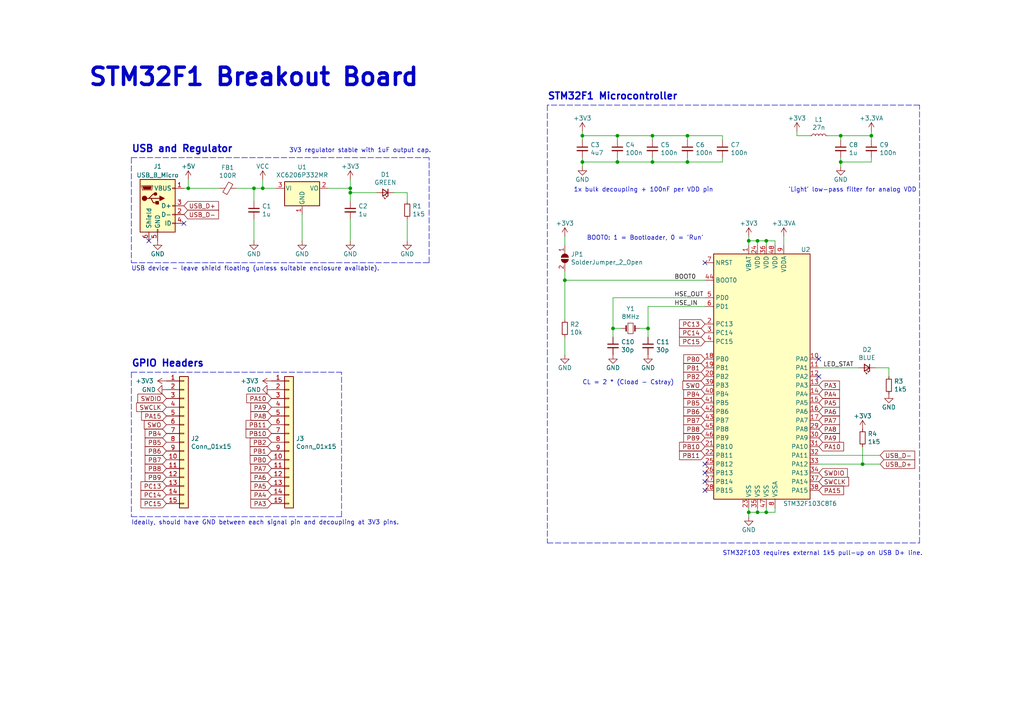
<source format=kicad_sch>
(kicad_sch (version 20211123) (generator eeschema)
  (paper "A4")
  (title_block (title "STM32F1 Breakout Board") (date "2020-11-21") (rev "V1.0") (company "Phil's Lab") (comment 1 "www.youtube.com/c/phils94"))
  (lib_symbols
    (symbol "Connector_Generic:Conn_01x15" (pin_names (offset 1.016) hide)
      (property "Reference" "J" (at 0 20.32 0))
      (property "Value" "Conn_01x15" (at 0 -20.32 0))
      (symbol "Conn_01x15_1_1"
        (rectangle (start -1.27 -17.653) (end 0 -17.907) (stroke (width 0.1524)))
        (rectangle (start -1.27 -15.113) (end 0 -15.367) (stroke (width 0.1524)))
        (rectangle (start -1.27 -12.573) (end 0 -12.827) (stroke (width 0.1524)))
        (rectangle (start -1.27 -10.033) (end 0 -10.287) (stroke (width 0.1524)))
        (rectangle (start -1.27 -7.493) (end 0 -7.747) (stroke (width 0.1524)))
        (rectangle (start -1.27 -4.953) (end 0 -5.207) (stroke (width 0.1524)))
        (rectangle (start -1.27 -2.413) (end 0 -2.667) (stroke (width 0.1524)))
        (rectangle (start -1.27 0.127) (end 0 -0.127) (stroke (width 0.1524)))
        (rectangle (start -1.27 2.667) (end 0 2.413) (stroke (width 0.1524)))
        (rectangle (start -1.27 5.207) (end 0 4.953) (stroke (width 0.1524)))
        (rectangle (start -1.27 7.747) (end 0 7.493) (stroke (width 0.1524)))
        (rectangle (start -1.27 10.287) (end 0 10.033) (stroke (width 0.1524)))
        (rectangle (start -1.27 12.827) (end 0 12.573) (stroke (width 0.1524)))
        (rectangle (start -1.27 15.367) (end 0 15.113) (stroke (width 0.1524)))
        (rectangle (start -1.27 17.907) (end 0 17.653) (stroke (width 0.1524)))
        (rectangle (start -1.27 19.05) (end 1.27 -19.05) (stroke (width 0.254)) (fill (type background)))
        (pin passive line (at -5.08 17.78 0) (length 3.81) (name "Pin_1") (number "1"))
        (pin passive line (at -5.08 -5.08 0) (length 3.81) (name "Pin_10") (number "10"))
        (pin passive line (at -5.08 -7.62 0) (length 3.81) (name "Pin_11") (number "11"))
        (pin passive line (at -5.08 -10.16 0) (length 3.81) (name "Pin_12") (number "12"))
        (pin passive line (at -5.08 -12.7 0) (length 3.81) (name "Pin_13") (number "13"))
        (pin passive line (at -5.08 -15.24 0) (length 3.81) (name "Pin_14") (number "14"))
        (pin passive line (at -5.08 -17.78 0) (length 3.81) (name "Pin_15") (number "15"))
        (pin passive line (at -5.08 15.24 0) (length 3.81) (name "Pin_2") (number "2"))
        (pin passive line (at -5.08 12.7 0) (length 3.81) (name "Pin_3") (number "3"))
        (pin passive line (at -5.08 10.16 0) (length 3.81) (name "Pin_4") (number "4"))
        (pin passive line (at -5.08 7.62 0) (length 3.81) (name "Pin_5") (number "5"))
        (pin passive line (at -5.08 5.08 0) (length 3.81) (name "Pin_6") (number "6"))
        (pin passive line (at -5.08 2.54 0) (length 3.81) (name "Pin_7") (number "7"))
        (pin passive line (at -5.08 0 0) (length 3.81) (name "Pin_8") (number "8"))
        (pin passive line (at -5.08 -2.54 0) (length 3.81) (name "Pin_9") (number "9"))
      )
    )
    (symbol "Device:C_Small" (pin_numbers hide) (pin_names (offset 0.254) hide)
      (property "Reference" "C" (at 0.254 1.778 0))
      (property "Value" "C_Small" (at 0.254 -2.032 0))
      (symbol "C_Small_0_1"
        (polyline (pts (xy -1.524 -0.508) (xy 1.524 -0.508)) (stroke (width 0.3302)))
        (polyline (pts (xy -1.524 0.508) (xy 1.524 0.508)) (stroke (width 0.3048)))
      )
      (symbol "C_Small_1_1"
        (pin passive line (at 0 2.54 270) (length 2.032) (name "~") (number "1"))
        (pin passive line (at 0 -2.54 90) (length 2.032) (name "~") (number "2"))
      )
    )
    (symbol "Device:Crystal_Small" (pin_numbers hide) (pin_names (offset 1.016) hide)
      (property "Reference" "Y" (at 0 2.54 0))
      (property "Value" "Crystal_Small" (at 0 -2.54 0))
      (symbol "Crystal_Small_0_1"
        (rectangle (start -0.762 -1.524) (end 0.762 1.524))
        (polyline (pts (xy -1.27 -0.762) (xy -1.27 0.762)) (stroke (width 0.381)))
        (polyline (pts (xy 1.27 -0.762) (xy 1.27 0.762)) (stroke (width 0.381)))
      )
      (symbol "Crystal_Small_1_1"
        (pin passive line (at -2.54 0 0) (length 1.27) (name "1") (number "1"))
        (pin passive line (at 2.54 0 180) (length 1.27) (name "2") (number "2"))
      )
    )
    (symbol "Device:LED_Small" (pin_numbers hide) (pin_names (offset 0.254) hide)
      (property "Reference" "D" (at -1.27 3.175 0))
      (property "Value" "LED_Small" (at -4.445 -2.54 0))
      (symbol "LED_Small_0_1"
        (polyline (pts (xy -0.762 -1.016) (xy -0.762 1.016)) (stroke (width 0.254)))
        (polyline (pts (xy 1.016 0) (xy -0.762 0)))
        (polyline (pts (xy 0.762 -1.016) (xy -0.762 0) (xy 0.762 1.016) (xy 0.762 -1.016)) (stroke (width 0.254)))
        (polyline (pts (xy 0 0.762) (xy -0.508 1.27) (xy -0.254 1.27) (xy -0.508 1.27) (xy -0.508 1.016)))
        (polyline (pts (xy 0.508 1.27) (xy 0 1.778) (xy 0.254 1.778) (xy 0 1.778) (xy 0 1.524)))
      )
      (symbol "LED_Small_1_1"
        (pin passive line (at -2.54 0 0) (length 1.778) (name "K") (number "1"))
        (pin passive line (at 2.54 0 180) (length 1.778) (name "A") (number "2"))
      )
    )
    (symbol "Device:L_Small" (pin_numbers hide) (pin_names (offset 0.254) hide)
      (property "Reference" "L" (at 0.762 1.016 0))
      (property "Value" "L_Small" (at 0.762 -1.016 0))
      (symbol "L_Small_0_1"
        (arc (start 0 -2.032) (mid 0.508 -1.524) (end 0 -1.016))
        (arc (start 0 -1.016) (mid 0.508 -0.508) (end 0 0))
        (arc (start 0 0) (mid 0.508 0.508) (end 0 1.016))
        (arc (start 0 1.016) (mid 0.508 1.524) (end 0 2.032))
      )
      (symbol "L_Small_1_1"
        (pin passive line (at 0 2.54 270) (length 0.508) (name "~") (number "1"))
        (pin passive line (at 0 -2.54 90) (length 0.508) (name "~") (number "2"))
      )
    )
    (symbol "Device:R_Small" (pin_numbers hide) (pin_names (offset 0.254) hide)
      (property "Reference" "R" (at 0.762 0.508 0))
      (property "Value" "R_Small" (at 0.762 -1.016 0))
      (symbol "R_Small_0_1"
        (rectangle (start -0.762 1.778) (end 0.762 -1.778) (stroke (width 0.2032)))
      )
      (symbol "R_Small_1_1"
        (pin passive line (at 0 2.54 270) (length 0.762) (name "~") (number "1"))
        (pin passive line (at 0 -2.54 90) (length 0.762) (name "~") (number "2"))
      )
    )
    (symbol "Jumper:SolderJumper_2_Open" (pin_names (offset 0) hide)
      (property "Reference" "JP" (at 0 2.032 0))
      (property "Value" "SolderJumper_2_Open" (at 0 -2.54 0))
      (symbol "SolderJumper_2_Open_0_1"
        (arc (start -0.254 1.016) (mid -1.27 0) (end -0.254 -1.016))
        (arc (start -0.254 1.016) (mid -1.27 0) (end -0.254 -1.016) (fill (type outline)))
        (polyline (pts (xy -0.254 1.016) (xy -0.254 -1.016)))
        (polyline (pts (xy 0.254 1.016) (xy 0.254 -1.016)))
        (arc (start 0.254 -1.016) (mid 1.27 0) (end 0.254 1.016))
        (arc (start 0.254 -1.016) (mid 1.27 0) (end 0.254 1.016) (fill (type outline)))
      )
      (symbol "SolderJumper_2_Open_1_1"
        (pin passive line (at -3.81 0 0) (length 2.54) (name "A") (number "1"))
        (pin passive line (at 3.81 0 180) (length 2.54) (name "B") (number "2"))
      )
    )
    (symbol "MCU_ST_STM32F1:STM32F103C8Tx"
      (property "Reference" "U" (at -15.24 36.83 0))
      (property "Value" "STM32F103C8Tx" (at 7.62 36.83 0))
      (symbol "STM32F103C8Tx_0_1"
        (rectangle (start -15.24 -35.56) (end 12.7 35.56) (stroke (width 0.254)) (fill (type background)))
      )
      (symbol "STM32F103C8Tx_1_1"
        (pin power_in line (at -5.08 38.1 270) (length 2.54) (name "VBAT") (number "1"))
        (pin bidirectional line (at 15.24 5.08 180) (length 2.54) (name "PA0") (number "10"))
        (pin bidirectional line (at 15.24 2.54 180) (length 2.54) (name "PA1") (number "11"))
        (pin bidirectional line (at 15.24 0 180) (length 2.54) (name "PA2") (number "12"))
        (pin bidirectional line (at 15.24 -2.54 180) (length 2.54) (name "PA3") (number "13"))
        (pin bidirectional line (at 15.24 -5.08 180) (length 2.54) (name "PA4") (number "14"))
        (pin bidirectional line (at 15.24 -7.62 180) (length 2.54) (name "PA5") (number "15"))
        (pin bidirectional line (at 15.24 -10.16 180) (length 2.54) (name "PA6") (number "16"))
        (pin bidirectional line (at 15.24 -12.7 180) (length 2.54) (name "PA7") (number "17"))
        (pin bidirectional line (at -17.78 5.08 0) (length 2.54) (name "PB0") (number "18"))
        (pin bidirectional line (at -17.78 2.54 0) (length 2.54) (name "PB1") (number "19"))
        (pin bidirectional line (at -17.78 15.24 0) (length 2.54) (name "PC13") (number "2"))
        (pin bidirectional line (at -17.78 0 0) (length 2.54) (name "PB2") (number "20"))
        (pin bidirectional line (at -17.78 -20.32 0) (length 2.54) (name "PB10") (number "21"))
        (pin bidirectional line (at -17.78 -22.86 0) (length 2.54) (name "PB11") (number "22"))
        (pin power_in line (at -5.08 -38.1 90) (length 2.54) (name "VSS") (number "23"))
        (pin power_in line (at -2.54 38.1 270) (length 2.54) (name "VDD") (number "24"))
        (pin bidirectional line (at -17.78 -25.4 0) (length 2.54) (name "PB12") (number "25"))
        (pin bidirectional line (at -17.78 -27.94 0) (length 2.54) (name "PB13") (number "26"))
        (pin bidirectional line (at -17.78 -30.48 0) (length 2.54) (name "PB14") (number "27"))
        (pin bidirectional line (at -17.78 -33.02 0) (length 2.54) (name "PB15") (number "28"))
        (pin bidirectional line (at 15.24 -15.24 180) (length 2.54) (name "PA8") (number "29"))
        (pin bidirectional line (at -17.78 12.7 0) (length 2.54) (name "PC14") (number "3"))
        (pin bidirectional line (at 15.24 -17.78 180) (length 2.54) (name "PA9") (number "30"))
        (pin bidirectional line (at 15.24 -20.32 180) (length 2.54) (name "PA10") (number "31"))
        (pin bidirectional line (at 15.24 -22.86 180) (length 2.54) (name "PA11") (number "32"))
        (pin bidirectional line (at 15.24 -25.4 180) (length 2.54) (name "PA12") (number "33"))
        (pin bidirectional line (at 15.24 -27.94 180) (length 2.54) (name "PA13") (number "34"))
        (pin power_in line (at -2.54 -38.1 90) (length 2.54) (name "VSS") (number "35"))
        (pin power_in line (at 0 38.1 270) (length 2.54) (name "VDD") (number "36"))
        (pin bidirectional line (at 15.24 -30.48 180) (length 2.54) (name "PA14") (number "37"))
        (pin bidirectional line (at 15.24 -33.02 180) (length 2.54) (name "PA15") (number "38"))
        (pin bidirectional line (at -17.78 -2.54 0) (length 2.54) (name "PB3") (number "39"))
        (pin bidirectional line (at -17.78 10.16 0) (length 2.54) (name "PC15") (number "4"))
        (pin bidirectional line (at -17.78 -5.08 0) (length 2.54) (name "PB4") (number "40"))
        (pin bidirectional line (at -17.78 -7.62 0) (length 2.54) (name "PB5") (number "41"))
        (pin bidirectional line (at -17.78 -10.16 0) (length 2.54) (name "PB6") (number "42"))
        (pin bidirectional line (at -17.78 -12.7 0) (length 2.54) (name "PB7") (number "43"))
        (pin input line (at -17.78 27.94 0) (length 2.54) (name "BOOT0") (number "44"))
        (pin bidirectional line (at -17.78 -15.24 0) (length 2.54) (name "PB8") (number "45"))
        (pin bidirectional line (at -17.78 -17.78 0) (length 2.54) (name "PB9") (number "46"))
        (pin power_in line (at 0 -38.1 90) (length 2.54) (name "VSS") (number "47"))
        (pin power_in line (at 2.54 38.1 270) (length 2.54) (name "VDD") (number "48"))
        (pin input line (at -17.78 22.86 0) (length 2.54) (name "PD0") (number "5"))
        (pin input line (at -17.78 20.32 0) (length 2.54) (name "PD1") (number "6"))
        (pin input line (at -17.78 33.02 0) (length 2.54) (name "NRST") (number "7"))
        (pin power_in line (at 2.54 -38.1 90) (length 2.54) (name "VSSA") (number "8"))
        (pin power_in line (at 5.08 38.1 270) (length 2.54) (name "VDDA") (number "9"))
      )
    )
    (symbol "Regulator_Linear:XC6206PxxxMR" (pin_names (offset 0.254))
      (property "Reference" "U" (at -3.81 3.175 0))
      (property "Value" "XC6206PxxxMR" (at 0 3.175 0))
      (symbol "XC6206PxxxMR_0_1"
        (rectangle (start -5.08 1.905) (end 5.08 -5.08) (stroke (width 0.254)) (fill (type background)))
      )
      (symbol "XC6206PxxxMR_1_1"
        (pin power_in line (at 0 -7.62 90) (length 2.54) (name "GND") (number "1"))
        (pin power_out line (at 7.62 0 180) (length 2.54) (name "VO") (number "2"))
        (pin power_in line (at -7.62 0 0) (length 2.54) (name "VI") (number "3"))
      )
    )
    (symbol "SimpleTM32-rescue:+3.3V-power" (power) (pin_names (offset 0))
      (property "Value" "+3.3V-power" (at 0 3.556 0))
      (symbol "+3.3V-power_0_1"
        (polyline (pts (xy -0.762 1.27) (xy 0 2.54)))
        (polyline (pts (xy 0 0) (xy 0 2.54)))
        (polyline (pts (xy 0 2.54) (xy 0.762 1.27)))
      )
      (symbol "+3.3V-power_1_1"
        (pin power_in line (at 0 0 90) (length 0) hide (name "+3V3") (number "1"))
      )
    )
    (symbol "SimpleTM32-rescue:Ferrite_Bead_Small-Device" (pin_numbers hide) (pin_names (offset 0))
      (property "Reference" "FB" (at 1.905 1.27 0))
      (property "Value" "Ferrite_Bead_Small-Device" (at 1.905 -1.27 0))
      (symbol "Ferrite_Bead_Small-Device_0_1"
        (polyline (pts (xy 0 -1.27) (xy 0 -0.7874)))
        (polyline (pts (xy 0 0.889) (xy 0 1.2954)))
        (polyline (pts (xy -1.8288 0.2794) (xy -1.1176 1.4986) (xy 1.8288 -0.2032) (xy 1.1176 -1.4224) (xy -1.8288 0.2794)))
      )
      (symbol "Ferrite_Bead_Small-Device_1_1"
        (pin passive line (at 0 2.54 270) (length 1.27) (name "~") (number "1"))
        (pin passive line (at 0 -2.54 90) (length 1.27) (name "~") (number "2"))
      )
    )
    (symbol "SimpleTM32-rescue:USB_B_Micro-Connector" (pin_names (offset 1.016))
      (property "Reference" "J" (at -5.08 11.43 0))
      (property "Value" "USB_B_Micro-Connector" (at -5.08 8.89 0))
      (symbol "USB_B_Micro-Connector_0_1"
        (rectangle (start -5.08 -7.62) (end 5.08 7.62) (stroke (width 0.254)) (fill (type background)))
        (circle (center -3.81 2.159) (radius 0.635) (stroke (width 0.254)) (fill (type outline)))
        (circle (center -0.635 3.429) (radius 0.381) (stroke (width 0.254)) (fill (type outline)))
        (rectangle (start -0.127 -7.62) (end 0.127 -6.858))
        (polyline (pts (xy -1.905 2.159) (xy 0.635 2.159)) (stroke (width 0.254)))
        (polyline (pts (xy -3.175 2.159) (xy -2.54 2.159) (xy -1.27 3.429) (xy -0.635 3.429)) (stroke (width 0.254)))
        (polyline (pts (xy -2.54 2.159) (xy -1.905 2.159) (xy -1.27 0.889) (xy 0 0.889)) (stroke (width 0.254)))
        (polyline (pts (xy 0.635 2.794) (xy 0.635 1.524) (xy 1.905 2.159) (xy 0.635 2.794)) (stroke (width 0.254)) (fill (type outline)))
        (polyline (pts (xy -4.318 5.588) (xy -1.778 5.588) (xy -2.032 4.826) (xy -4.064 4.826) (xy -4.318 5.588)) (fill (type outline)))
        (polyline (pts (xy -4.699 5.842) (xy -4.699 5.588) (xy -4.445 4.826) (xy -4.445 4.572) (xy -1.651 4.572) (xy -1.651 4.826) (xy -1.397 5.588) (xy -1.397 5.842) (xy -4.699 5.842)))
        (rectangle (start 0.254 1.27) (end -0.508 0.508) (stroke (width 0.254)) (fill (type outline)))
        (rectangle (start 5.08 -5.207) (end 4.318 -4.953))
        (rectangle (start 5.08 -2.667) (end 4.318 -2.413))
        (rectangle (start 5.08 -0.127) (end 4.318 0.127))
        (rectangle (start 5.08 4.953) (end 4.318 5.207))
      )
      (symbol "USB_B_Micro-Connector_1_1"
        (pin power_out line (at 7.62 5.08 180) (length 2.54) (name "VBUS") (number "1"))
        (pin passive line (at 7.62 -2.54 180) (length 2.54) (name "D-") (number "2"))
        (pin passive line (at 7.62 0 180) (length 2.54) (name "D+") (number "3"))
        (pin passive line (at 7.62 -5.08 180) (length 2.54) (name "ID") (number "4"))
        (pin power_out line (at 0 -10.16 90) (length 2.54) (name "GND") (number "5"))
        (pin passive line (at -2.54 -10.16 90) (length 2.54) (name "Shield") (number "6"))
      )
    )
    (symbol "power:+3.3VA" (power) (pin_names (offset 0))
      (property "Value" "+3.3VA" (at 0 3.556 0))
      (symbol "+3.3VA_0_1"
        (polyline (pts (xy -0.762 1.27) (xy 0 2.54)))
        (polyline (pts (xy 0 0) (xy 0 2.54)))
        (polyline (pts (xy 0 2.54) (xy 0.762 1.27)))
      )
      (symbol "+3.3VA_1_1"
        (pin power_in line (at 0 0 90) (length 0) hide (name "+3.3VA") (number "1"))
      )
    )
    (symbol "power:+5V" (power) (pin_names (offset 0))
      (property "Value" "+5V" (at 0 3.556 0))
      (symbol "+5V_0_1"
        (polyline (pts (xy -0.762 1.27) (xy 0 2.54)))
        (polyline (pts (xy 0 0) (xy 0 2.54)))
        (polyline (pts (xy 0 2.54) (xy 0.762 1.27)))
      )
      (symbol "+5V_1_1"
        (pin power_in line (at 0 0 90) (length 0) hide (name "+5V") (number "1"))
      )
    )
    (symbol "power:GND" (power) (pin_names (offset 0))
      (property "Value" "GND" (at 0 -3.81 0))
      (symbol "GND_0_1"
        (polyline (pts (xy 0 0) (xy 0 -1.27) (xy 1.27 -1.27) (xy 0 -2.54) (xy -1.27 -1.27) (xy 0 -1.27)))
      )
      (symbol "GND_1_1"
        (pin power_in line (at 0 0 270) (length 0) hide (name "GND") (number "1"))
      )
    )
    (symbol "power:VCC" (power) (pin_names (offset 0))
      (property "Value" "VCC" (at 0 3.81 0))
      (symbol "VCC_0_1"
        (polyline (pts (xy -0.762 1.27) (xy 0 2.54)))
        (polyline (pts (xy 0 0) (xy 0 2.54)))
        (polyline (pts (xy 0 2.54) (xy 0.762 1.27)))
      )
      (symbol "VCC_1_1"
        (pin power_in line (at 0 0 90) (length 0) hide (name "VCC") (number "1"))
      )
    )
  )
  (junction (at 222.25 69.85))
  (junction (at 179.07 39.37))
  (junction (at 199.39 46.99))
  (junction (at 189.23 39.37))
  (junction (at 76.2 54.61))
  (junction (at 168.91 46.99))
  (junction (at 243.84 46.99))
  (junction (at 217.17 148.59))
  (junction (at 101.6 54.61))
  (junction (at 187.96 95.25))
  (junction (at 163.83 81.28))
  (junction (at 243.84 39.37))
  (junction (at 217.17 69.85))
  (junction (at 168.91 39.37))
  (junction (at 250.19 134.62))
  (junction (at 73.66 54.61))
  (junction (at 54.61 54.61))
  (junction (at 177.8 95.25))
  (junction (at 179.07 46.99))
  (junction (at 252.73 39.37))
  (junction (at 101.6 55.88))
  (junction (at 189.23 46.99))
  (junction (at 219.71 148.59))
  (junction (at 222.25 148.59))
  (junction (at 219.71 69.85))
  (junction (at 199.39 39.37))
  (no_connect (at 204.47 76.2))
  (no_connect (at 204.47 134.62))
  (no_connect (at 204.47 137.16))
  (no_connect (at 204.47 142.24))
  (no_connect (at 237.49 109.22))
  (no_connect (at 43.18 69.85))
  (no_connect (at 204.47 139.7))
  (no_connect (at 53.34 64.77))
  (no_connect (at 237.49 104.14))
  (polyline (pts (xy 158.75 30.48) (xy 158.75 157.48)))
  (wire (pts (xy 219.71 69.85) (xy 222.25 69.85)))
  (wire (pts (xy 185.42 95.25) (xy 187.96 95.25)))
  (wire (pts (xy 255.27 134.62) (xy 250.19 134.62)))
  (wire (pts (xy 257.81 109.22) (xy 257.81 106.68)))
  (wire (pts (xy 199.39 45.72) (xy 199.39 46.99)))
  (wire (pts (xy 177.8 95.25) (xy 180.34 95.25)))
  (wire (pts (xy 199.39 39.37) (xy 189.23 39.37)))
  (wire (pts (xy 222.25 71.12) (xy 222.25 69.85)))
  (wire (pts (xy 222.25 69.85) (xy 224.79 69.85)))
  (wire (pts (xy 199.39 46.99) (xy 209.55 46.99)))
  (wire (pts (xy 101.6 69.85) (xy 101.6 63.5)))
  (polyline (pts (xy 38.1 107.95) (xy 38.1 149.86)))
  (wire (pts (xy 168.91 38.1) (xy 168.91 39.37)))
  (wire (pts (xy 177.8 97.79) (xy 177.8 95.25)))
  (wire (pts (xy 240.03 39.37) (xy 243.84 39.37)))
  (polyline (pts (xy 38.1 107.95) (xy 99.06 107.95)))
  (polyline (pts (xy 38.1 45.72) (xy 124.46 45.72)))
  (wire (pts (xy 101.6 55.88) (xy 101.6 58.42)))
  (wire (pts (xy 76.2 52.07) (xy 76.2 54.61)))
  (wire (pts (xy 231.14 38.1) (xy 231.14 39.37)))
  (wire (pts (xy 163.83 78.74) (xy 163.83 81.28)))
  (wire (pts (xy 163.83 68.58) (xy 163.83 71.12)))
  (wire (pts (xy 179.07 46.99) (xy 179.07 45.72)))
  (wire (pts (xy 101.6 52.07) (xy 101.6 54.61)))
  (polyline (pts (xy 38.1 76.2) (xy 124.46 76.2)))
  (wire (pts (xy 101.6 54.61) (xy 101.6 55.88)))
  (wire (pts (xy 118.11 58.42) (xy 118.11 55.88)))
  (polyline (pts (xy 124.46 76.2) (xy 124.46 45.72)))
  (wire (pts (xy 95.25 54.61) (xy 101.6 54.61)))
  (wire (pts (xy 224.79 148.59) (xy 224.79 147.32)))
  (wire (pts (xy 219.71 71.12) (xy 219.71 69.85)))
  (wire (pts (xy 227.33 68.58) (xy 227.33 71.12)))
  (wire (pts (xy 118.11 69.85) (xy 118.11 63.5)))
  (wire (pts (xy 209.55 39.37) (xy 199.39 39.37)))
  (polyline (pts (xy 38.1 149.86) (xy 99.06 149.86)))
  (wire (pts (xy 237.49 106.68) (xy 248.92 106.68)))
  (wire (pts (xy 163.83 81.28) (xy 163.83 92.71)))
  (wire (pts (xy 217.17 149.86) (xy 217.17 148.59)))
  (wire (pts (xy 243.84 46.99) (xy 252.73 46.99)))
  (wire (pts (xy 187.96 97.79) (xy 187.96 95.25)))
  (wire (pts (xy 168.91 45.72) (xy 168.91 46.99)))
  (wire (pts (xy 54.61 52.07) (xy 54.61 54.61)))
  (polyline (pts (xy 266.7 157.48) (xy 266.7 30.48)))
  (wire (pts (xy 224.79 69.85) (xy 224.79 71.12)))
  (polyline (pts (xy 38.1 45.72) (xy 38.1 76.2)))
  (wire (pts (xy 189.23 45.72) (xy 189.23 46.99)))
  (wire (pts (xy 219.71 148.59) (xy 222.25 148.59)))
  (wire (pts (xy 257.81 106.68) (xy 254 106.68)))
  (wire (pts (xy 118.11 55.88) (xy 114.3 55.88)))
  (wire (pts (xy 243.84 45.72) (xy 243.84 46.99)))
  (wire (pts (xy 252.73 46.99) (xy 252.73 45.72)))
  (wire (pts (xy 199.39 40.64) (xy 199.39 39.37)))
  (wire (pts (xy 255.27 132.08) (xy 237.49 132.08)))
  (wire (pts (xy 217.17 148.59) (xy 217.17 147.32)))
  (wire (pts (xy 187.96 88.9) (xy 204.47 88.9)))
  (wire (pts (xy 73.66 69.85) (xy 73.66 63.5)))
  (wire (pts (xy 217.17 148.59) (xy 219.71 148.59)))
  (wire (pts (xy 179.07 46.99) (xy 189.23 46.99)))
  (wire (pts (xy 189.23 40.64) (xy 189.23 39.37)))
  (wire (pts (xy 209.55 40.64) (xy 209.55 39.37)))
  (wire (pts (xy 250.19 129.54) (xy 250.19 134.62)))
  (wire (pts (xy 168.91 39.37) (xy 168.91 40.64)))
  (wire (pts (xy 209.55 45.72) (xy 209.55 46.99)))
  (wire (pts (xy 76.2 54.61) (xy 73.66 54.61)))
  (wire (pts (xy 87.63 69.85) (xy 87.63 62.23)))
  (polyline (pts (xy 99.06 149.86) (xy 99.06 107.95)))
  (wire (pts (xy 168.91 46.99) (xy 168.91 48.26)))
  (wire (pts (xy 250.19 134.62) (xy 237.49 134.62)))
  (wire (pts (xy 189.23 46.99) (xy 199.39 46.99)))
  (wire (pts (xy 204.47 81.28) (xy 163.83 81.28)))
  (wire (pts (xy 73.66 54.61) (xy 73.66 58.42)))
  (wire (pts (xy 222.25 148.59) (xy 224.79 148.59)))
  (wire (pts (xy 54.61 54.61) (xy 53.34 54.61)))
  (wire (pts (xy 179.07 39.37) (xy 179.07 40.64)))
  (polyline (pts (xy 266.7 30.48) (xy 158.75 30.48)))
  (wire (pts (xy 231.14 39.37) (xy 234.95 39.37)))
  (wire (pts (xy 222.25 147.32) (xy 222.25 148.59)))
  (wire (pts (xy 252.73 40.64) (xy 252.73 39.37)))
  (wire (pts (xy 68.58 54.61) (xy 73.66 54.61)))
  (wire (pts (xy 80.01 54.61) (xy 76.2 54.61)))
  (wire (pts (xy 219.71 147.32) (xy 219.71 148.59)))
  (wire (pts (xy 252.73 38.1) (xy 252.73 39.37)))
  (wire (pts (xy 243.84 48.26) (xy 243.84 46.99)))
  (wire (pts (xy 109.22 55.88) (xy 101.6 55.88)))
  (wire (pts (xy 217.17 69.85) (xy 219.71 69.85)))
  (wire (pts (xy 179.07 39.37) (xy 168.91 39.37)))
  (wire (pts (xy 204.47 86.36) (xy 177.8 86.36)))
  (polyline (pts (xy 158.75 157.48) (xy 266.7 157.48)))
  (wire (pts (xy 177.8 86.36) (xy 177.8 95.25)))
  (wire (pts (xy 187.96 95.25) (xy 187.96 88.9)))
  (wire (pts (xy 168.91 46.99) (xy 179.07 46.99)))
  (wire (pts (xy 63.5 54.61) (xy 54.61 54.61)))
  (wire (pts (xy 217.17 68.58) (xy 217.17 69.85)))
  (wire (pts (xy 243.84 40.64) (xy 243.84 39.37)))
  (wire (pts (xy 217.17 69.85) (xy 217.17 71.12)))
  (wire (pts (xy 252.73 39.37) (xy 243.84 39.37)))
  (wire (pts (xy 163.83 102.87) (xy 163.83 97.79)))
  (wire (pts (xy 189.23 39.37) (xy 179.07 39.37)))
  (text "BOOT0: 1 = Bootloader, 0 = 'Run'" (at 170.18 69.85 0) (effects (font (size 1.27 1.27)) (justify left bottom)))
  (text "STM32F1 Breakout Board" (at 25.4 25.4 0) (effects (font (size 5.0038 5.0038) (thickness 1.0008) bold) (justify left bottom)))
  (text "3V3 regulator stable with 1uF output cap." (at 83.82 44.45 0) (effects (font (size 1.27 1.27)) (justify left bottom)))
  (text "Ideally, should have GND between each signal pin and decoupling at 3V3 pins." (at 38.1 152.4 0) (effects (font (size 1.27 1.27)) (justify left bottom)))
  (text "USB device - leave shield floating (unless suitable enclosure available)." (at 38.1 78.74 0) (effects (font (size 1.27 1.27)) (justify left bottom)))
  (text "1x bulk decoupling + 100nF per VDD pin" (at 166.37 55.88 0) (effects (font (size 1.27 1.27)) (justify left bottom)))
  (text "GPIO Headers" (at 38.1 106.68 0) (effects (font (size 2.0066 2.0066) (thickness 0.4013) bold) (justify left bottom)))
  (text "CL = 2 * (Cload - Cstray)" (at 168.91 111.76 0) (effects (font (size 1.27 1.27)) (justify left bottom)))
  (text "STM32F1 Microcontroller" (at 158.75 29.21 0) (effects (font (size 2.0066 2.0066) (thickness 0.4013) bold) (justify left bottom)))
  (text "'Light' low-pass filter for analog VDD" (at 228.6 55.88 0) (effects (font (size 1.27 1.27)) (justify left bottom)))
  (text "USB and Regulator" (at 38.1 44.45 0) (effects (font (size 2.0066 2.0066) (thickness 0.4013) bold) (justify left bottom)))
  (text "STM32F103 requires external 1k5 pull-up on USB D+ line." (at 209.55 161.29 0) (effects (font (size 1.27 1.27)) (justify left bottom)))
  (label "HSE_IN" (at 195.58 88.9 0))
  (label "BOOT0" (at 195.58 81.28 0))
  (label "HSE_OUT" (at 195.58 86.36 0))
  (label "LED_STAT" (at 238.76 106.68 0))
  (global_label "SWDIO" (shape input) (at 48.26 115.57 180) (property "Intersheet References" "${INTERSHEET_REFS}" (effects hide)))
  (global_label "PC14" (shape input) (at 204.47 96.52 180) (property "Intersheet References" "${INTERSHEET_REFS}" (effects hide)))
  (global_label "PA7" (shape input) (at 237.49 121.92 0) (property "Intersheet References" "${INTERSHEET_REFS}" (effects hide)))
  (global_label "PA10" (shape input) (at 78.74 115.57 180) (property "Intersheet References" "${INTERSHEET_REFS}" (effects hide)))
  (global_label "PA5" (shape input) (at 237.49 116.84 0) (property "Intersheet References" "${INTERSHEET_REFS}" (effects hide)))
  (global_label "PB10" (shape input) (at 204.47 129.54 180) (property "Intersheet References" "${INTERSHEET_REFS}" (effects hide)))
  (global_label "PA9" (shape input) (at 78.74 118.11 180) (property "Intersheet References" "${INTERSHEET_REFS}" (effects hide)))
  (global_label "PC13" (shape input) (at 204.47 93.98 180) (property "Intersheet References" "${INTERSHEET_REFS}" (effects hide)))
  (global_label "PA7" (shape input) (at 78.74 135.89 180) (property "Intersheet References" "${INTERSHEET_REFS}" (effects hide)))
  (global_label "PC15" (shape input) (at 204.47 99.06 180) (property "Intersheet References" "${INTERSHEET_REFS}" (effects hide)))
  (global_label "PA6" (shape input) (at 237.49 119.38 0) (property "Intersheet References" "${INTERSHEET_REFS}" (effects hide)))
  (global_label "SWCLK" (shape input) (at 237.49 139.7 0) (property "Intersheet References" "${INTERSHEET_REFS}" (effects hide)))
  (global_label "PB5" (shape input) (at 204.47 116.84 180) (property "Intersheet References" "${INTERSHEET_REFS}" (effects hide)))
  (global_label "PA9" (shape input) (at 237.49 127 0) (property "Intersheet References" "${INTERSHEET_REFS}" (effects hide)))
  (global_label "PA6" (shape input) (at 78.74 138.43 180) (property "Intersheet References" "${INTERSHEET_REFS}" (effects hide)))
  (global_label "SWDIO" (shape input) (at 237.49 137.16 0) (property "Intersheet References" "${INTERSHEET_REFS}" (effects hide)))
  (global_label "PB6" (shape input) (at 48.26 130.81 180) (property "Intersheet References" "${INTERSHEET_REFS}" (effects hide)))
  (global_label "PA4" (shape input) (at 237.49 114.3 0) (property "Intersheet References" "${INTERSHEET_REFS}" (effects hide)))
  (global_label "PA8" (shape input) (at 78.74 120.65 180) (property "Intersheet References" "${INTERSHEET_REFS}" (effects hide)))
  (global_label "PB0" (shape input) (at 78.74 133.35 180) (property "Intersheet References" "${INTERSHEET_REFS}" (effects hide)))
  (global_label "PA3" (shape input) (at 78.74 146.05 180) (property "Intersheet References" "${INTERSHEET_REFS}" (effects hide)))
  (global_label "PA15" (shape input) (at 237.49 142.24 0) (property "Intersheet References" "${INTERSHEET_REFS}" (effects hide)))
  (global_label "PB11" (shape input) (at 78.74 123.19 180) (property "Intersheet References" "${INTERSHEET_REFS}" (effects hide)))
  (global_label "USB_D+" (shape input) (at 53.34 59.69 0) (property "Intersheet References" "${INTERSHEET_REFS}" (effects hide)))
  (global_label "PB9" (shape input) (at 204.47 127 180) (property "Intersheet References" "${INTERSHEET_REFS}" (effects hide)))
  (global_label "PB4" (shape input) (at 204.47 114.3 180) (property "Intersheet References" "${INTERSHEET_REFS}" (effects hide)))
  (global_label "PB0" (shape input) (at 204.47 104.14 180) (property "Intersheet References" "${INTERSHEET_REFS}" (effects hide)))
  (global_label "SWO" (shape input) (at 48.26 123.19 180) (property "Intersheet References" "${INTERSHEET_REFS}" (effects hide)))
  (global_label "PB1" (shape input) (at 204.47 106.68 180) (property "Intersheet References" "${INTERSHEET_REFS}" (effects hide)))
  (global_label "PB1" (shape input) (at 78.74 130.81 180) (property "Intersheet References" "${INTERSHEET_REFS}" (effects hide)))
  (global_label "USB_D+" (shape input) (at 255.27 134.62 0) (property "Intersheet References" "${INTERSHEET_REFS}" (effects hide)))
  (global_label "PB9" (shape input) (at 48.26 138.43 180) (property "Intersheet References" "${INTERSHEET_REFS}" (effects hide)))
  (global_label "USB_D-" (shape input) (at 53.34 62.23 0) (property "Intersheet References" "${INTERSHEET_REFS}" (effects hide)))
  (global_label "SWCLK" (shape input) (at 48.26 118.11 180) (property "Intersheet References" "${INTERSHEET_REFS}" (effects hide)))
  (global_label "PB8" (shape input) (at 204.47 124.46 180) (property "Intersheet References" "${INTERSHEET_REFS}" (effects hide)))
  (global_label "PC13" (shape input) (at 48.26 140.97 180) (property "Intersheet References" "${INTERSHEET_REFS}" (effects hide)))
  (global_label "SWO" (shape input) (at 204.47 111.76 180) (property "Intersheet References" "${INTERSHEET_REFS}" (effects hide)))
  (global_label "PA3" (shape input) (at 237.49 111.76 0) (property "Intersheet References" "${INTERSHEET_REFS}" (effects hide)))
  (global_label "PB6" (shape input) (at 204.47 119.38 180) (property "Intersheet References" "${INTERSHEET_REFS}" (effects hide)))
  (global_label "USB_D-" (shape input) (at 255.27 132.08 0) (property "Intersheet References" "${INTERSHEET_REFS}" (effects hide)))
  (global_label "PB11" (shape input) (at 204.47 132.08 180) (property "Intersheet References" "${INTERSHEET_REFS}" (effects hide)))
  (global_label "PB7" (shape input) (at 204.47 121.92 180) (property "Intersheet References" "${INTERSHEET_REFS}" (effects hide)))
  (global_label "PA15" (shape input) (at 48.26 120.65 180) (property "Intersheet References" "${INTERSHEET_REFS}" (effects hide)))
  (global_label "PA8" (shape input) (at 237.49 124.46 0) (property "Intersheet References" "${INTERSHEET_REFS}" (effects hide)))
  (global_label "PB5" (shape input) (at 48.26 128.27 180) (property "Intersheet References" "${INTERSHEET_REFS}" (effects hide)))
  (global_label "PA4" (shape input) (at 78.74 143.51 180) (property "Intersheet References" "${INTERSHEET_REFS}" (effects hide)))
  (global_label "PB2" (shape input) (at 78.74 128.27 180) (property "Intersheet References" "${INTERSHEET_REFS}" (effects hide)))
  (global_label "PB2" (shape input) (at 204.47 109.22 180) (property "Intersheet References" "${INTERSHEET_REFS}" (effects hide)))
  (global_label "PA10" (shape input) (at 237.49 129.54 0) (property "Intersheet References" "${INTERSHEET_REFS}" (effects hide)))
  (global_label "PC14" (shape input) (at 48.26 143.51 180) (property "Intersheet References" "${INTERSHEET_REFS}" (effects hide)))
  (global_label "PC15" (shape input) (at 48.26 146.05 180) (property "Intersheet References" "${INTERSHEET_REFS}" (effects hide)))
  (global_label "PB8" (shape input) (at 48.26 135.89 180) (property "Intersheet References" "${INTERSHEET_REFS}" (effects hide)))
  (global_label "PB10" (shape input) (at 78.74 125.73 180) (property "Intersheet References" "${INTERSHEET_REFS}" (effects hide)))
  (global_label "PA5" (shape input) (at 78.74 140.97 180) (property "Intersheet References" "${INTERSHEET_REFS}" (effects hide)))
  (global_label "PB7" (shape input) (at 48.26 133.35 180) (property "Intersheet References" "${INTERSHEET_REFS}" (effects hide)))
  (global_label "PB4" (shape input) (at 48.26 125.73 180) (property "Intersheet References" "${INTERSHEET_REFS}" (effects hide)))
  (symbol (lib_id "MCU_ST_STM32F1:STM32F103C8Tx") (at 222.25 109.22 0) (unit 1)
    (property "Reference" "U2" (at 233.68 72.39 0))
    (property "Value" "STM32F103C8T6" (at 234.95 146.05 0))
    (property "Footprint" "Package_QFP:LQFP-48_7x7mm_P0.5mm" (effects hide))
    (property "Datasheet" "http://www.st.com/st-web-ui/static/active/en/resource/technical/document/datasheet/CD00161566.pdf" (effects hide))
    (property "LCSC Part #" "C8734" (effects hide))
  )
  (symbol (lib_id "SimpleTM32-rescue:+3.3V-power") (at 217.17 68.58 0) (unit 1)
    (property "Reference" "#PWR012" (effects hide))
    (property "Value" "+3.3V" (at 217.17 64.77 0))
  )
  (symbol (lib_id "power:+3.3VA") (at 227.33 68.58 0) (unit 1)
    (property "Reference" "#PWR014" (effects hide))
    (property "Value" "+3.3VA" (at 227.33 64.77 0))
  )
  (symbol (lib_id "power:GND") (at 217.17 149.86 0) (unit 1)
    (property "Reference" "#PWR013" (effects hide))
    (property "Value" "GND" (at 217.17 153.67 0))
  )
  (symbol (lib_id "SimpleTM32-rescue:USB_B_Micro-Connector") (at 45.72 59.69 0) (unit 1)
    (property "Reference" "J1" (at 45.72 48.26 0))
    (property "Value" "USB_B_Micro" (at 45.72 50.8 0))
    (property "Footprint" "Connector_USB:USB_Micro-B_Wuerth_629105150521" (effects hide))
  )
  (symbol (lib_id "power:GND") (at 45.72 69.85 0) (mirror y) (unit 1)
    (property "Reference" "#PWR01" (effects hide))
    (property "Value" "GND" (at 45.72 73.66 0))
  )
  (symbol (lib_id "power:VCC") (at 76.2 52.07 0) (mirror y) (unit 1)
    (property "Reference" "#PWR08" (effects hide))
    (property "Value" "VCC" (at 76.2 48.26 0))
  )
  (symbol (lib_id "Device:C_Small") (at 187.96 100.33 0) (unit 1)
    (property "Reference" "C11" (at 190.2968 99.1616 0) (effects (justify left)))
    (property "Value" "30p" (at 190.2968 101.473 0) (effects (justify left)))
    (property "Footprint" "Capacitor_SMD:C_0402_1005Metric" (effects hide))
    (property "LCSC Part #" "C1570" (effects hide))
  )
  (symbol (lib_id "Device:C_Small") (at 177.8 100.33 0) (unit 1)
    (property "Reference" "C10" (at 180.1368 99.1616 0) (effects (justify left)))
    (property "Value" "30p" (at 180.1368 101.473 0) (effects (justify left)))
    (property "Footprint" "Capacitor_SMD:C_0402_1005Metric" (effects hide))
    (property "LCSC Part #" "C1570" (effects hide))
  )
  (symbol (lib_id "Device:Crystal_Small") (at 182.88 95.25 0) (unit 1)
    (property "Reference" "Y1" (at 182.88 89.535 0))
    (property "Value" "8MHz" (at 182.88 91.8464 0))
    (property "Footprint" "Crystal:Crystal_SMD_5032-2Pin_5.0x3.2mm" (effects hide))
    (property "LCSC Part #" "C115962" (effects hide))
  )
  (symbol (lib_id "power:GND") (at 177.8 102.87 0) (unit 1)
    (property "Reference" "#PWR05" (effects hide))
    (property "Value" "GND" (at 177.8 106.68 0))
  )
  (symbol (lib_id "power:GND") (at 187.96 102.87 0) (unit 1)
    (property "Reference" "#PWR07" (effects hide))
    (property "Value" "GND" (at 187.96 106.68 0))
  )
  (symbol (lib_id "Jumper:SolderJumper_2_Open") (at 163.83 74.93 270) (unit 1)
    (property "Reference" "JP1" (at 165.5572 73.7616 90) (effects (justify left)))
    (property "Value" "SolderJumper_2_Open" (at 165.5572 76.073 90) (effects (justify left)))
    (property "Footprint" "Jumper:SolderJumper-2_P1.3mm_Open_Pad1.0x1.5mm" (effects hide))
  )
  (symbol (lib_id "Device:R_Small") (at 163.83 95.25 0) (unit 1)
    (property "Reference" "R2" (at 165.3286 94.0816 0) (effects (justify left)))
    (property "Value" "10k" (at 165.3286 96.393 0) (effects (justify left)))
    (property "Footprint" "Resistor_SMD:R_0402_1005Metric" (effects hide))
    (property "LCSC Part #" "C25744" (effects hide))
  )
  (symbol (lib_id "power:GND") (at 163.83 102.87 0) (unit 1)
    (property "Reference" "#PWR03" (effects hide))
    (property "Value" "GND" (at 163.83 106.68 0))
  )
  (symbol (lib_id "SimpleTM32-rescue:+3.3V-power") (at 163.83 68.58 0) (unit 1)
    (property "Reference" "#PWR02" (effects hide))
    (property "Value" "+3.3V" (at 163.83 64.77 0))
  )
  (symbol (lib_id "Device:LED_Small") (at 251.46 106.68 180) (unit 1)
    (property "Reference" "D2" (at 251.46 101.4222 0))
    (property "Value" "BLUE" (at 251.46 103.7336 0))
    (property "Footprint" "LED_SMD:LED_0603_1608Metric" (effects hide))
    (property "LCSC Part #" "C72041" (effects hide))
  )
  (symbol (lib_id "Device:R_Small") (at 257.81 111.76 0) (unit 1)
    (property "Reference" "R3" (at 259.3086 110.5916 0) (effects (justify left)))
    (property "Value" "1k5" (at 259.3086 112.903 0) (effects (justify left)))
    (property "Footprint" "Resistor_SMD:R_0603_1608Metric" (effects hide))
    (property "LCSC Part #" "C22843" (effects hide))
  )
  (symbol (lib_id "power:GND") (at 257.81 114.3 0) (unit 1)
    (property "Reference" "#PWR017" (effects hide))
    (property "Value" "GND" (at 257.81 118.11 0))
  )
  (symbol (lib_id "Device:C_Small") (at 179.07 43.18 0) (unit 1)
    (property "Reference" "C4" (at 181.4068 42.0116 0) (effects (justify left)))
    (property "Value" "100n" (at 181.4068 44.323 0) (effects (justify left)))
    (property "Footprint" "Capacitor_SMD:C_0402_1005Metric" (effects hide))
    (property "LCSC Part #" "C1525" (effects hide))
  )
  (symbol (lib_id "Device:C_Small") (at 189.23 43.18 0) (unit 1)
    (property "Reference" "C5" (at 191.5668 42.0116 0) (effects (justify left)))
    (property "Value" "100n" (at 191.5668 44.323 0) (effects (justify left)))
    (property "Footprint" "Capacitor_SMD:C_0402_1005Metric" (effects hide))
    (property "LCSC Part #" "C1525" (effects hide))
  )
  (symbol (lib_id "Device:C_Small") (at 199.39 43.18 0) (unit 1)
    (property "Reference" "C6" (at 201.7268 42.0116 0) (effects (justify left)))
    (property "Value" "100n" (at 201.7268 44.323 0) (effects (justify left)))
    (property "Footprint" "Capacitor_SMD:C_0402_1005Metric" (effects hide))
    (property "LCSC Part #" "C1525" (effects hide))
  )
  (symbol (lib_id "Device:C_Small") (at 209.55 43.18 0) (unit 1)
    (property "Reference" "C7" (at 211.8868 42.0116 0) (effects (justify left)))
    (property "Value" "100n" (at 211.8868 44.323 0) (effects (justify left)))
    (property "Footprint" "Capacitor_SMD:C_0402_1005Metric" (effects hide))
    (property "LCSC Part #" "C1525" (effects hide))
  )
  (symbol (lib_id "Device:L_Small") (at 237.49 39.37 90) (unit 1)
    (property "Reference" "L1" (at 237.49 34.671 90))
    (property "Value" "27n" (at 237.49 36.9824 90))
    (property "Footprint" "Inductor_SMD:L_0402_1005Metric" (effects hide))
    (property "LCSC Part #" "C18830" (effects hide))
  )
  (symbol (lib_id "Device:C_Small") (at 243.84 43.18 0) (unit 1)
    (property "Reference" "C8" (at 246.1768 42.0116 0) (effects (justify left)))
    (property "Value" "1u" (at 246.1768 44.323 0) (effects (justify left)))
    (property "Footprint" "Capacitor_SMD:C_0402_1005Metric" (effects hide))
    (property "LCSC Part #" "C52923" (effects hide))
  )
  (symbol (lib_id "Device:C_Small") (at 252.73 43.18 0) (unit 1)
    (property "Reference" "C9" (at 255.0668 42.0116 0) (effects (justify left)))
    (property "Value" "100n" (at 255.0668 44.323 0) (effects (justify left)))
    (property "Footprint" "Capacitor_SMD:C_0402_1005Metric" (effects hide))
    (property "LCSC Part #" "C1525" (effects hide))
  )
  (symbol (lib_id "power:GND") (at 168.91 48.26 0) (unit 1)
    (property "Reference" "#PWR019" (effects hide))
    (property "Value" "GND" (at 168.91 52.07 0))
  )
  (symbol (lib_id "Device:C_Small") (at 168.91 43.18 0) (unit 1)
    (property "Reference" "C3" (at 171.2468 42.0116 0) (effects (justify left)))
    (property "Value" "4u7" (at 171.2468 44.323 0) (effects (justify left)))
    (property "Footprint" "Capacitor_SMD:C_0603_1608Metric" (effects hide))
    (property "LCSC Part #" "C19666" (effects hide))
  )
  (symbol (lib_id "power:+3.3VA") (at 252.73 38.1 0) (unit 1)
    (property "Reference" "#PWR024" (effects hide))
    (property "Value" "+3.3VA" (at 252.73 34.29 0))
  )
  (symbol (lib_id "SimpleTM32-rescue:+3.3V-power") (at 168.91 38.1 0) (unit 1)
    (property "Reference" "#PWR018" (effects hide))
    (property "Value" "+3.3V" (at 168.91 34.29 0))
  )
  (symbol (lib_id "SimpleTM32-rescue:+3.3V-power") (at 231.14 38.1 0) (unit 1)
    (property "Reference" "#PWR020" (effects hide))
    (property "Value" "+3.3V" (at 231.14 34.29 0))
  )
  (symbol (lib_id "power:GND") (at 243.84 48.26 0) (unit 1)
    (property "Reference" "#PWR023" (effects hide))
    (property "Value" "GND" (at 243.84 52.07 0))
  )
  (symbol (lib_id "Regulator_Linear:XC6206PxxxMR") (at 87.63 54.61 0) (unit 1)
    (property "Reference" "U1" (at 87.63 48.4632 0))
    (property "Value" "XC6206P332MR" (at 87.63 50.7746 0))
    (property "Footprint" "Package_TO_SOT_SMD:SOT-23" (effects hide))
    (property "Datasheet" "https://www.torexsemi.com/file/xc6206/XC6206.pdf" (effects hide))
    (property "LCSC Part #" "C5446" (effects hide))
  )
  (symbol (lib_id "Device:C_Small") (at 73.66 60.96 0) (unit 1)
    (property "Reference" "C1" (at 75.9968 59.7916 0) (effects (justify left)))
    (property "Value" "1u" (at 75.9968 62.103 0) (effects (justify left)))
    (property "Footprint" "Capacitor_SMD:C_0603_1608Metric" (effects hide))
    (property "LCSC Part #" "C15849" (effects hide))
  )
  (symbol (lib_id "power:GND") (at 73.66 69.85 0) (mirror y) (unit 1)
    (property "Reference" "#PWR06" (effects hide))
    (property "Value" "GND" (at 73.66 73.66 0))
  )
  (symbol (lib_id "power:GND") (at 87.63 69.85 0) (mirror y) (unit 1)
    (property "Reference" "#PWR09" (effects hide))
    (property "Value" "GND" (at 87.63 73.66 0))
  )
  (symbol (lib_id "Device:C_Small") (at 101.6 60.96 0) (unit 1)
    (property "Reference" "C2" (at 103.9368 59.7916 0) (effects (justify left)))
    (property "Value" "1u" (at 103.9368 62.103 0) (effects (justify left)))
    (property "Footprint" "Capacitor_SMD:C_0603_1608Metric" (effects hide))
    (property "LCSC Part #" "C15849" (effects hide))
  )
  (symbol (lib_id "power:GND") (at 101.6 69.85 0) (mirror y) (unit 1)
    (property "Reference" "#PWR011" (effects hide))
    (property "Value" "GND" (at 101.6 73.66 0))
  )
  (symbol (lib_id "SimpleTM32-rescue:Ferrite_Bead_Small-Device") (at 66.04 54.61 270) (unit 1)
    (property "Reference" "FB1" (at 66.04 48.5902 90))
    (property "Value" "100R" (at 66.04 50.9016 90))
    (property "Footprint" "Inductor_SMD:L_0805_2012Metric" (effects hide))
    (property "LCSC Part #" "C1015" (effects hide))
  )
  (symbol (lib_id "power:+5V") (at 54.61 52.07 0) (unit 1)
    (property "Reference" "#PWR04" (effects hide))
    (property "Value" "+5V" (at 54.61 48.26 0))
  )
  (symbol (lib_id "SimpleTM32-rescue:+3.3V-power") (at 101.6 52.07 0) (unit 1)
    (property "Reference" "#PWR010" (effects hide))
    (property "Value" "+3.3V" (at 101.6 48.26 0))
  )
  (symbol (lib_id "SimpleTM32-rescue:+3.3V-power") (at 48.26 110.49 90) (unit 1)
    (property "Reference" "#PWR021" (effects hide))
    (property "Value" "+3.3V" (at 41.91 110.49 90))
  )
  (symbol (lib_id "power:GND") (at 48.26 113.03 270) (unit 1)
    (property "Reference" "#PWR022" (effects hide))
    (property "Value" "GND" (at 43.18 113.03 90))
  )
  (symbol (lib_id "Connector_Generic:Conn_01x15") (at 53.34 128.27 0) (unit 1)
    (property "Reference" "J2" (at 55.372 127.2032 0) (effects (justify left)))
    (property "Value" "Conn_01x15" (at 55.372 129.5146 0) (effects (justify left)))
    (property "Footprint" "Connector_PinHeader_2.54mm:PinHeader_1x15_P2.54mm_Vertical" (effects hide))
  )
  (symbol (lib_id "Connector_Generic:Conn_01x15") (at 83.82 128.27 0) (unit 1)
    (property "Reference" "J3" (at 85.852 127.2032 0) (effects (justify left)))
    (property "Value" "Conn_01x15" (at 85.852 129.5146 0) (effects (justify left)))
    (property "Footprint" "Connector_PinHeader_2.54mm:PinHeader_1x15_P2.54mm_Vertical" (effects hide))
  )
  (symbol (lib_id "power:GND") (at 78.74 113.03 270) (unit 1)
    (property "Reference" "#PWR026" (effects hide))
    (property "Value" "GND" (at 73.66 113.03 90))
  )
  (symbol (lib_id "SimpleTM32-rescue:+3.3V-power") (at 78.74 110.49 90) (unit 1)
    (property "Reference" "#PWR025" (effects hide))
    (property "Value" "+3.3V" (at 72.39 110.49 90))
  )
  (symbol (lib_id "Device:LED_Small") (at 111.76 55.88 180) (unit 1)
    (property "Reference" "D1" (at 111.76 50.6222 0))
    (property "Value" "GREEN" (at 111.76 52.9336 0))
    (property "Footprint" "LED_SMD:LED_0603_1608Metric" (effects hide))
    (property "LCSC Part #" "C72043" (effects hide))
  )
  (symbol (lib_id "Device:R_Small") (at 118.11 60.96 0) (unit 1)
    (property "Reference" "R1" (at 119.6086 59.7916 0) (effects (justify left)))
    (property "Value" "1k5" (at 119.6086 62.103 0) (effects (justify left)))
    (property "Footprint" "Resistor_SMD:R_0603_1608Metric" (effects hide))
    (property "LCSC Part #" "C22843" (effects hide))
  )
  (symbol (lib_id "power:GND") (at 118.11 69.85 0) (mirror y) (unit 1)
    (property "Reference" "#PWR015" (effects hide))
    (property "Value" "GND" (at 118.11 73.66 0))
  )
  (symbol (lib_id "Device:R_Small") (at 250.19 127 0) (unit 1)
    (property "Reference" "R4" (at 251.6886 125.8316 0) (effects (justify left)))
    (property "Value" "1k5" (at 251.6886 128.143 0) (effects (justify left)))
    (property "Footprint" "Resistor_SMD:R_0402_1005Metric" (effects hide))
    (property "LCSC Part #" "C25867" (effects hide))
  )
  (symbol (lib_id "SimpleTM32-rescue:+3.3V-power") (at 250.19 124.46 0) (unit 1)
    (property "Reference" "#PWR016" (effects hide))
    (property "Value" "+3.3V" (at 250.19 120.65 0))
  )
)
</source>
